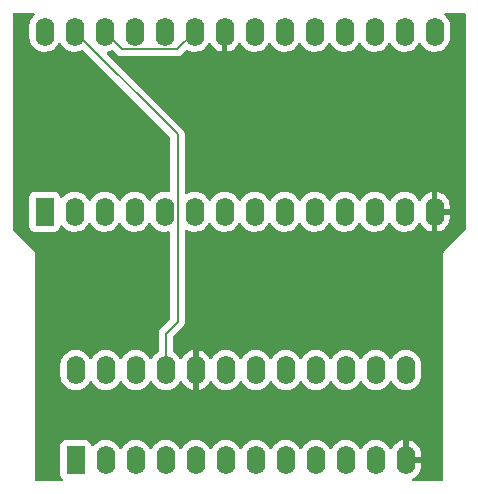
<source format=gbr>
%TF.GenerationSoftware,KiCad,Pcbnew,8.0.2-8.0.2-0~ubuntu24.04.1*%
%TF.CreationDate,2024-06-01T21:52:56+10:00*%
%TF.ProjectId,NES_RAM-ADAPTER,4e45535f-5241-44d2-9d41-444150544552,rev?*%
%TF.SameCoordinates,Original*%
%TF.FileFunction,Copper,L2,Bot*%
%TF.FilePolarity,Positive*%
%FSLAX46Y46*%
G04 Gerber Fmt 4.6, Leading zero omitted, Abs format (unit mm)*
G04 Created by KiCad (PCBNEW 8.0.2-8.0.2-0~ubuntu24.04.1) date 2024-06-01 21:52:56*
%MOMM*%
%LPD*%
G01*
G04 APERTURE LIST*
%TA.AperFunction,ComponentPad*%
%ADD10O,1.600000X2.400000*%
%TD*%
%TA.AperFunction,ComponentPad*%
%ADD11R,1.600000X2.400000*%
%TD*%
%TA.AperFunction,ViaPad*%
%ADD12C,0.600000*%
%TD*%
%TA.AperFunction,Conductor*%
%ADD13C,0.200000*%
%TD*%
G04 APERTURE END LIST*
D10*
%TO.P,DIP-28_SRAM,28*%
%TO.N,5v*%
X121315000Y-64955000D03*
%TO.P,DIP-28_SRAM,27*%
%TO.N,WE*%
X123855000Y-64955000D03*
%TO.P,DIP-28_SRAM,26*%
%TO.N,5v*%
X126395000Y-64955000D03*
%TO.P,DIP-28_SRAM,25*%
%TO.N,A8*%
X128935000Y-64955000D03*
%TO.P,DIP-28_SRAM,24*%
%TO.N,A9*%
X131475000Y-64955000D03*
%TO.P,DIP-28_SRAM,23*%
%TO.N,5v*%
X134015000Y-64955000D03*
%TO.P,DIP-28_SRAM,22*%
%TO.N,GND*%
X136555000Y-64955000D03*
%TO.P,DIP-28_SRAM,21*%
%TO.N,A10*%
X139095000Y-64955000D03*
%TO.P,DIP-28_SRAM,20*%
%TO.N,CE*%
X141635000Y-64955000D03*
%TO.P,DIP-28_SRAM,19*%
%TO.N,D7*%
X144175000Y-64955000D03*
%TO.P,DIP-28_SRAM,18*%
%TO.N,D6*%
X146715000Y-64955000D03*
%TO.P,DIP-28_SRAM,17*%
%TO.N,D5*%
X149255000Y-64955000D03*
%TO.P,DIP-28_SRAM,16*%
%TO.N,D4*%
X151795000Y-64955000D03*
%TO.P,DIP-28_SRAM,15*%
%TO.N,D3*%
X154335000Y-64955000D03*
%TO.P,DIP-28_SRAM,14*%
%TO.N,GND*%
X154335000Y-80195000D03*
%TO.P,DIP-28_SRAM,13*%
%TO.N,D2*%
X151795000Y-80195000D03*
%TO.P,DIP-28_SRAM,12*%
%TO.N,D1*%
X149255000Y-80195000D03*
%TO.P,DIP-28_SRAM,11*%
%TO.N,D0*%
X146715000Y-80195000D03*
%TO.P,DIP-28_SRAM,10*%
%TO.N,A0*%
X144175000Y-80195000D03*
%TO.P,DIP-28_SRAM,9*%
%TO.N,A1*%
X141635000Y-80195000D03*
%TO.P,DIP-28_SRAM,8*%
%TO.N,A2*%
X139095000Y-80195000D03*
%TO.P,DIP-28_SRAM,7*%
%TO.N,A3*%
X136555000Y-80195000D03*
%TO.P,DIP-28_SRAM,6*%
%TO.N,A4*%
X134015000Y-80195000D03*
%TO.P,DIP-28_SRAM,5*%
%TO.N,A5*%
X131475000Y-80195000D03*
%TO.P,DIP-28_SRAM,4*%
%TO.N,A6*%
X128935000Y-80195000D03*
%TO.P,DIP-28_SRAM,3*%
%TO.N,A7*%
X126395000Y-80195000D03*
%TO.P,DIP-28_SRAM,2*%
%TO.N,5v*%
X123855000Y-80195000D03*
D11*
%TO.P,DIP-28_SRAM,1*%
X121315000Y-80195000D03*
%TD*%
%TO.P,NES_MAINBOARD_DIP24RAMPADS,1*%
%TO.N,A7*%
X123952000Y-101219000D03*
D10*
%TO.P,NES_MAINBOARD_DIP24RAMPADS,2*%
%TO.N,A6*%
X126492000Y-101219000D03*
%TO.P,NES_MAINBOARD_DIP24RAMPADS,3*%
%TO.N,A5*%
X129032000Y-101219000D03*
%TO.P,NES_MAINBOARD_DIP24RAMPADS,4*%
%TO.N,A4*%
X131572000Y-101219000D03*
%TO.P,NES_MAINBOARD_DIP24RAMPADS,5*%
%TO.N,A3*%
X134112000Y-101219000D03*
%TO.P,NES_MAINBOARD_DIP24RAMPADS,6*%
%TO.N,A2*%
X136652000Y-101219000D03*
%TO.P,NES_MAINBOARD_DIP24RAMPADS,7*%
%TO.N,A1*%
X139192000Y-101219000D03*
%TO.P,NES_MAINBOARD_DIP24RAMPADS,8*%
%TO.N,A0*%
X141732000Y-101219000D03*
%TO.P,NES_MAINBOARD_DIP24RAMPADS,9*%
%TO.N,D0*%
X144272000Y-101219000D03*
%TO.P,NES_MAINBOARD_DIP24RAMPADS,10*%
%TO.N,D1*%
X146812000Y-101219000D03*
%TO.P,NES_MAINBOARD_DIP24RAMPADS,11*%
%TO.N,D2*%
X149352000Y-101219000D03*
%TO.P,NES_MAINBOARD_DIP24RAMPADS,12*%
%TO.N,GND*%
X151892000Y-101219000D03*
%TO.P,NES_MAINBOARD_DIP24RAMPADS,13*%
%TO.N,D3*%
X151892000Y-93599000D03*
%TO.P,NES_MAINBOARD_DIP24RAMPADS,14*%
%TO.N,D4*%
X149352000Y-93599000D03*
%TO.P,NES_MAINBOARD_DIP24RAMPADS,15*%
%TO.N,D5*%
X146812000Y-93599000D03*
%TO.P,NES_MAINBOARD_DIP24RAMPADS,16*%
%TO.N,D6*%
X144272000Y-93599000D03*
%TO.P,NES_MAINBOARD_DIP24RAMPADS,17*%
%TO.N,D7*%
X141732000Y-93599000D03*
%TO.P,NES_MAINBOARD_DIP24RAMPADS,18*%
%TO.N,CE*%
X139192000Y-93599000D03*
%TO.P,NES_MAINBOARD_DIP24RAMPADS,19*%
%TO.N,A10*%
X136652000Y-93599000D03*
%TO.P,NES_MAINBOARD_DIP24RAMPADS,20*%
%TO.N,GND*%
X134112000Y-93599000D03*
%TO.P,NES_MAINBOARD_DIP24RAMPADS,21*%
%TO.N,WE*%
X131572000Y-93599000D03*
%TO.P,NES_MAINBOARD_DIP24RAMPADS,22*%
%TO.N,A9*%
X129032000Y-93599000D03*
%TO.P,NES_MAINBOARD_DIP24RAMPADS,23*%
%TO.N,A8*%
X126492000Y-93599000D03*
%TO.P,NES_MAINBOARD_DIP24RAMPADS,24*%
%TO.N,5v*%
X123952000Y-93599000D03*
%TD*%
D12*
%TO.N,GND*%
X126492000Y-97536000D03*
X129032000Y-97536000D03*
X131572000Y-97536000D03*
X134112000Y-97536000D03*
X136652000Y-97536000D03*
X139192000Y-97536000D03*
X141732000Y-97536000D03*
X144272000Y-97536000D03*
X146812000Y-97536000D03*
X149352000Y-97536000D03*
X151892000Y-97536000D03*
X129032000Y-73660000D03*
X154432000Y-73660000D03*
X151892000Y-73660000D03*
X149352000Y-76200000D03*
X149352000Y-71120000D03*
X146812000Y-76200000D03*
X146812000Y-71120000D03*
X144272000Y-76200000D03*
X144272000Y-71120000D03*
X141732000Y-76200000D03*
X141732000Y-71120000D03*
X134620000Y-76200000D03*
X134620000Y-71120000D03*
X124460000Y-76200000D03*
X124460000Y-71120000D03*
%TD*%
D13*
%TO.N,WE*%
X132575000Y-73660000D02*
X123870000Y-64955000D01*
X123870000Y-64955000D02*
X123855000Y-64955000D01*
X132575000Y-73660000D02*
X132575000Y-89535000D01*
X132575000Y-89535000D02*
X131572000Y-90538000D01*
X131572000Y-90538000D02*
X131572000Y-93599000D01*
%TO.N,5v*%
X134015000Y-64955000D02*
X132515000Y-66455000D01*
X132515000Y-66455000D02*
X127895000Y-66455000D01*
X127895000Y-66455000D02*
X126395000Y-64955000D01*
%TD*%
%TA.AperFunction,Conductor*%
%TO.N,GND*%
G36*
X120432992Y-63385185D02*
G01*
X120478747Y-63437989D01*
X120488691Y-63507147D01*
X120459666Y-63570703D01*
X120453634Y-63577181D01*
X120323032Y-63707782D01*
X120323028Y-63707786D01*
X120202715Y-63873386D01*
X120109781Y-64055776D01*
X120046522Y-64250465D01*
X120014500Y-64452648D01*
X120014500Y-65457351D01*
X120046522Y-65659534D01*
X120109781Y-65854223D01*
X120202715Y-66036613D01*
X120323028Y-66202213D01*
X120467786Y-66346971D01*
X120622749Y-66459556D01*
X120633390Y-66467287D01*
X120749607Y-66526503D01*
X120815776Y-66560218D01*
X120815778Y-66560218D01*
X120815781Y-66560220D01*
X120920137Y-66594127D01*
X121010465Y-66623477D01*
X121111557Y-66639488D01*
X121212648Y-66655500D01*
X121212649Y-66655500D01*
X121417351Y-66655500D01*
X121417352Y-66655500D01*
X121619534Y-66623477D01*
X121814219Y-66560220D01*
X121996610Y-66467287D01*
X122089590Y-66399732D01*
X122162213Y-66346971D01*
X122162215Y-66346968D01*
X122162219Y-66346966D01*
X122306966Y-66202219D01*
X122306968Y-66202215D01*
X122306971Y-66202213D01*
X122427284Y-66036614D01*
X122427286Y-66036611D01*
X122427287Y-66036610D01*
X122474516Y-65943917D01*
X122522489Y-65893123D01*
X122590310Y-65876328D01*
X122656445Y-65898865D01*
X122695485Y-65943919D01*
X122742715Y-66036614D01*
X122863028Y-66202213D01*
X123007786Y-66346971D01*
X123162749Y-66459556D01*
X123173390Y-66467287D01*
X123289607Y-66526503D01*
X123355776Y-66560218D01*
X123355778Y-66560218D01*
X123355781Y-66560220D01*
X123460137Y-66594127D01*
X123550465Y-66623477D01*
X123651557Y-66639488D01*
X123752648Y-66655500D01*
X123752649Y-66655500D01*
X123957351Y-66655500D01*
X123957352Y-66655500D01*
X124159534Y-66623477D01*
X124354219Y-66560220D01*
X124453981Y-66509387D01*
X124522648Y-66496491D01*
X124587389Y-66522767D01*
X124597956Y-66532191D01*
X131938181Y-73872416D01*
X131971666Y-73933739D01*
X131974500Y-73960097D01*
X131974500Y-78419199D01*
X131954815Y-78486238D01*
X131902011Y-78531993D01*
X131832853Y-78541937D01*
X131812183Y-78537130D01*
X131779542Y-78526524D01*
X131779535Y-78526523D01*
X131617816Y-78500909D01*
X131577352Y-78494500D01*
X131372648Y-78494500D01*
X131348329Y-78498351D01*
X131170465Y-78526522D01*
X130975776Y-78589781D01*
X130793386Y-78682715D01*
X130627786Y-78803028D01*
X130483028Y-78947786D01*
X130362715Y-79113386D01*
X130315485Y-79206080D01*
X130267510Y-79256876D01*
X130199689Y-79273671D01*
X130133554Y-79251134D01*
X130094515Y-79206080D01*
X130047419Y-79113650D01*
X130047287Y-79113390D01*
X130039556Y-79102749D01*
X129926971Y-78947786D01*
X129782213Y-78803028D01*
X129616613Y-78682715D01*
X129616612Y-78682714D01*
X129616610Y-78682713D01*
X129559653Y-78653691D01*
X129434223Y-78589781D01*
X129239534Y-78526522D01*
X129064995Y-78498878D01*
X129037352Y-78494500D01*
X128832648Y-78494500D01*
X128808329Y-78498351D01*
X128630465Y-78526522D01*
X128435776Y-78589781D01*
X128253386Y-78682715D01*
X128087786Y-78803028D01*
X127943028Y-78947786D01*
X127822715Y-79113386D01*
X127775485Y-79206080D01*
X127727510Y-79256876D01*
X127659689Y-79273671D01*
X127593554Y-79251134D01*
X127554515Y-79206080D01*
X127507419Y-79113650D01*
X127507287Y-79113390D01*
X127499556Y-79102749D01*
X127386971Y-78947786D01*
X127242213Y-78803028D01*
X127076613Y-78682715D01*
X127076612Y-78682714D01*
X127076610Y-78682713D01*
X127019653Y-78653691D01*
X126894223Y-78589781D01*
X126699534Y-78526522D01*
X126524995Y-78498878D01*
X126497352Y-78494500D01*
X126292648Y-78494500D01*
X126268329Y-78498351D01*
X126090465Y-78526522D01*
X125895776Y-78589781D01*
X125713386Y-78682715D01*
X125547786Y-78803028D01*
X125403028Y-78947786D01*
X125282715Y-79113386D01*
X125235485Y-79206080D01*
X125187510Y-79256876D01*
X125119689Y-79273671D01*
X125053554Y-79251134D01*
X125014515Y-79206080D01*
X124967419Y-79113650D01*
X124967287Y-79113390D01*
X124959556Y-79102749D01*
X124846971Y-78947786D01*
X124702213Y-78803028D01*
X124536613Y-78682715D01*
X124536612Y-78682714D01*
X124536610Y-78682713D01*
X124479653Y-78653691D01*
X124354223Y-78589781D01*
X124159534Y-78526522D01*
X123984995Y-78498878D01*
X123957352Y-78494500D01*
X123752648Y-78494500D01*
X123728329Y-78498351D01*
X123550465Y-78526522D01*
X123355776Y-78589781D01*
X123173386Y-78682715D01*
X123007786Y-78803028D01*
X122863032Y-78947782D01*
X122836668Y-78984070D01*
X122781338Y-79026735D01*
X122711724Y-79032714D01*
X122649929Y-79000108D01*
X122615572Y-78939269D01*
X122613060Y-78924438D01*
X122612640Y-78920533D01*
X122609091Y-78887517D01*
X122558796Y-78752669D01*
X122558795Y-78752668D01*
X122558793Y-78752664D01*
X122472547Y-78637455D01*
X122472544Y-78637452D01*
X122357335Y-78551206D01*
X122357328Y-78551202D01*
X122222482Y-78500908D01*
X122222483Y-78500908D01*
X122162883Y-78494501D01*
X122162881Y-78494500D01*
X122162873Y-78494500D01*
X122162864Y-78494500D01*
X120467129Y-78494500D01*
X120467123Y-78494501D01*
X120407516Y-78500908D01*
X120272671Y-78551202D01*
X120272664Y-78551206D01*
X120157455Y-78637452D01*
X120157452Y-78637455D01*
X120071206Y-78752664D01*
X120071202Y-78752671D01*
X120020908Y-78887517D01*
X120014501Y-78947116D01*
X120014500Y-78947135D01*
X120014500Y-81442870D01*
X120014501Y-81442876D01*
X120020908Y-81502483D01*
X120071202Y-81637328D01*
X120071206Y-81637335D01*
X120157452Y-81752544D01*
X120157455Y-81752547D01*
X120272664Y-81838793D01*
X120272671Y-81838797D01*
X120407517Y-81889091D01*
X120407516Y-81889091D01*
X120414444Y-81889835D01*
X120467127Y-81895500D01*
X122162872Y-81895499D01*
X122222483Y-81889091D01*
X122357331Y-81838796D01*
X122472546Y-81752546D01*
X122558796Y-81637331D01*
X122609091Y-81502483D01*
X122613061Y-81465556D01*
X122639796Y-81401011D01*
X122697188Y-81361161D01*
X122767013Y-81358666D01*
X122827102Y-81394317D01*
X122836667Y-81405929D01*
X122863032Y-81442217D01*
X123007786Y-81586971D01*
X123139524Y-81682682D01*
X123173390Y-81707287D01*
X123262212Y-81752544D01*
X123355776Y-81800218D01*
X123355778Y-81800218D01*
X123355781Y-81800220D01*
X123444932Y-81829187D01*
X123550465Y-81863477D01*
X123651557Y-81879488D01*
X123752648Y-81895500D01*
X123752649Y-81895500D01*
X123957351Y-81895500D01*
X123957352Y-81895500D01*
X124159534Y-81863477D01*
X124354219Y-81800220D01*
X124536610Y-81707287D01*
X124632901Y-81637328D01*
X124702213Y-81586971D01*
X124702215Y-81586968D01*
X124702219Y-81586966D01*
X124846966Y-81442219D01*
X124846968Y-81442215D01*
X124846971Y-81442213D01*
X124967284Y-81276614D01*
X124967283Y-81276614D01*
X124967287Y-81276610D01*
X125014516Y-81183917D01*
X125062489Y-81133123D01*
X125130310Y-81116328D01*
X125196445Y-81138865D01*
X125235485Y-81183919D01*
X125282715Y-81276614D01*
X125403028Y-81442213D01*
X125547786Y-81586971D01*
X125679524Y-81682682D01*
X125713390Y-81707287D01*
X125802212Y-81752544D01*
X125895776Y-81800218D01*
X125895778Y-81800218D01*
X125895781Y-81800220D01*
X125984932Y-81829187D01*
X126090465Y-81863477D01*
X126191557Y-81879488D01*
X126292648Y-81895500D01*
X126292649Y-81895500D01*
X126497351Y-81895500D01*
X126497352Y-81895500D01*
X126699534Y-81863477D01*
X126894219Y-81800220D01*
X127076610Y-81707287D01*
X127172901Y-81637328D01*
X127242213Y-81586971D01*
X127242215Y-81586968D01*
X127242219Y-81586966D01*
X127386966Y-81442219D01*
X127386968Y-81442215D01*
X127386971Y-81442213D01*
X127507284Y-81276614D01*
X127507283Y-81276614D01*
X127507287Y-81276610D01*
X127554516Y-81183917D01*
X127602489Y-81133123D01*
X127670310Y-81116328D01*
X127736445Y-81138865D01*
X127775485Y-81183919D01*
X127822715Y-81276614D01*
X127943028Y-81442213D01*
X128087786Y-81586971D01*
X128219524Y-81682682D01*
X128253390Y-81707287D01*
X128342212Y-81752544D01*
X128435776Y-81800218D01*
X128435778Y-81800218D01*
X128435781Y-81800220D01*
X128524932Y-81829187D01*
X128630465Y-81863477D01*
X128731557Y-81879488D01*
X128832648Y-81895500D01*
X128832649Y-81895500D01*
X129037351Y-81895500D01*
X129037352Y-81895500D01*
X129239534Y-81863477D01*
X129434219Y-81800220D01*
X129616610Y-81707287D01*
X129712901Y-81637328D01*
X129782213Y-81586971D01*
X129782215Y-81586968D01*
X129782219Y-81586966D01*
X129926966Y-81442219D01*
X129926968Y-81442215D01*
X129926971Y-81442213D01*
X130047284Y-81276614D01*
X130047283Y-81276614D01*
X130047287Y-81276610D01*
X130094516Y-81183917D01*
X130142489Y-81133123D01*
X130210310Y-81116328D01*
X130276445Y-81138865D01*
X130315485Y-81183919D01*
X130362715Y-81276614D01*
X130483028Y-81442213D01*
X130627786Y-81586971D01*
X130759524Y-81682682D01*
X130793390Y-81707287D01*
X130882212Y-81752544D01*
X130975776Y-81800218D01*
X130975778Y-81800218D01*
X130975781Y-81800220D01*
X131064932Y-81829187D01*
X131170465Y-81863477D01*
X131271557Y-81879488D01*
X131372648Y-81895500D01*
X131372649Y-81895500D01*
X131577351Y-81895500D01*
X131577352Y-81895500D01*
X131779534Y-81863477D01*
X131779539Y-81863475D01*
X131779541Y-81863475D01*
X131812180Y-81852870D01*
X131882021Y-81850873D01*
X131941855Y-81886953D01*
X131972684Y-81949653D01*
X131974500Y-81970800D01*
X131974500Y-89234902D01*
X131954815Y-89301941D01*
X131938181Y-89322583D01*
X131091481Y-90169282D01*
X131091479Y-90169285D01*
X131041361Y-90256094D01*
X131041359Y-90256096D01*
X131012425Y-90306209D01*
X131012424Y-90306210D01*
X131012423Y-90306215D01*
X130971499Y-90458943D01*
X130971499Y-90458945D01*
X130971499Y-90627046D01*
X130971500Y-90627059D01*
X130971500Y-91969397D01*
X130951815Y-92036436D01*
X130903800Y-92079879D01*
X130890389Y-92086712D01*
X130724786Y-92207028D01*
X130580028Y-92351786D01*
X130459715Y-92517386D01*
X130412485Y-92610080D01*
X130364510Y-92660876D01*
X130296689Y-92677671D01*
X130230554Y-92655134D01*
X130191515Y-92610080D01*
X130144419Y-92517650D01*
X130144287Y-92517390D01*
X130136556Y-92506749D01*
X130023971Y-92351786D01*
X129879213Y-92207028D01*
X129713613Y-92086715D01*
X129713612Y-92086714D01*
X129713610Y-92086713D01*
X129656653Y-92057691D01*
X129531223Y-91993781D01*
X129336534Y-91930522D01*
X129161995Y-91902878D01*
X129134352Y-91898500D01*
X128929648Y-91898500D01*
X128905329Y-91902351D01*
X128727465Y-91930522D01*
X128532776Y-91993781D01*
X128350386Y-92086715D01*
X128184786Y-92207028D01*
X128040028Y-92351786D01*
X127919715Y-92517386D01*
X127872485Y-92610080D01*
X127824510Y-92660876D01*
X127756689Y-92677671D01*
X127690554Y-92655134D01*
X127651515Y-92610080D01*
X127604419Y-92517650D01*
X127604287Y-92517390D01*
X127596556Y-92506749D01*
X127483971Y-92351786D01*
X127339213Y-92207028D01*
X127173613Y-92086715D01*
X127173612Y-92086714D01*
X127173610Y-92086713D01*
X127116653Y-92057691D01*
X126991223Y-91993781D01*
X126796534Y-91930522D01*
X126621995Y-91902878D01*
X126594352Y-91898500D01*
X126389648Y-91898500D01*
X126365329Y-91902351D01*
X126187465Y-91930522D01*
X125992776Y-91993781D01*
X125810386Y-92086715D01*
X125644786Y-92207028D01*
X125500028Y-92351786D01*
X125379715Y-92517386D01*
X125332485Y-92610080D01*
X125284510Y-92660876D01*
X125216689Y-92677671D01*
X125150554Y-92655134D01*
X125111515Y-92610080D01*
X125064419Y-92517650D01*
X125064287Y-92517390D01*
X125056556Y-92506749D01*
X124943971Y-92351786D01*
X124799213Y-92207028D01*
X124633613Y-92086715D01*
X124633612Y-92086714D01*
X124633610Y-92086713D01*
X124576653Y-92057691D01*
X124451223Y-91993781D01*
X124256534Y-91930522D01*
X124081995Y-91902878D01*
X124054352Y-91898500D01*
X123849648Y-91898500D01*
X123825329Y-91902351D01*
X123647465Y-91930522D01*
X123452776Y-91993781D01*
X123270386Y-92086715D01*
X123104786Y-92207028D01*
X122960028Y-92351786D01*
X122839715Y-92517386D01*
X122746781Y-92699776D01*
X122683522Y-92894465D01*
X122651500Y-93096648D01*
X122651500Y-94101351D01*
X122683522Y-94303534D01*
X122746781Y-94498223D01*
X122839715Y-94680613D01*
X122960028Y-94846213D01*
X123104786Y-94990971D01*
X123259749Y-95103556D01*
X123270390Y-95111287D01*
X123386607Y-95170503D01*
X123452776Y-95204218D01*
X123452778Y-95204218D01*
X123452781Y-95204220D01*
X123557137Y-95238127D01*
X123647465Y-95267477D01*
X123748557Y-95283488D01*
X123849648Y-95299500D01*
X123849649Y-95299500D01*
X124054351Y-95299500D01*
X124054352Y-95299500D01*
X124256534Y-95267477D01*
X124451219Y-95204220D01*
X124633610Y-95111287D01*
X124726590Y-95043732D01*
X124799213Y-94990971D01*
X124799215Y-94990968D01*
X124799219Y-94990966D01*
X124943966Y-94846219D01*
X124943968Y-94846215D01*
X124943971Y-94846213D01*
X125064284Y-94680614D01*
X125064286Y-94680611D01*
X125064287Y-94680610D01*
X125111516Y-94587917D01*
X125159489Y-94537123D01*
X125227310Y-94520328D01*
X125293445Y-94542865D01*
X125332485Y-94587919D01*
X125379715Y-94680614D01*
X125500028Y-94846213D01*
X125644786Y-94990971D01*
X125799749Y-95103556D01*
X125810390Y-95111287D01*
X125926607Y-95170503D01*
X125992776Y-95204218D01*
X125992778Y-95204218D01*
X125992781Y-95204220D01*
X126097137Y-95238127D01*
X126187465Y-95267477D01*
X126288557Y-95283488D01*
X126389648Y-95299500D01*
X126389649Y-95299500D01*
X126594351Y-95299500D01*
X126594352Y-95299500D01*
X126796534Y-95267477D01*
X126991219Y-95204220D01*
X127173610Y-95111287D01*
X127266590Y-95043732D01*
X127339213Y-94990971D01*
X127339215Y-94990968D01*
X127339219Y-94990966D01*
X127483966Y-94846219D01*
X127483968Y-94846215D01*
X127483971Y-94846213D01*
X127604284Y-94680614D01*
X127604286Y-94680611D01*
X127604287Y-94680610D01*
X127651516Y-94587917D01*
X127699489Y-94537123D01*
X127767310Y-94520328D01*
X127833445Y-94542865D01*
X127872485Y-94587919D01*
X127919715Y-94680614D01*
X128040028Y-94846213D01*
X128184786Y-94990971D01*
X128339749Y-95103556D01*
X128350390Y-95111287D01*
X128466607Y-95170503D01*
X128532776Y-95204218D01*
X128532778Y-95204218D01*
X128532781Y-95204220D01*
X128637137Y-95238127D01*
X128727465Y-95267477D01*
X128828557Y-95283488D01*
X128929648Y-95299500D01*
X128929649Y-95299500D01*
X129134351Y-95299500D01*
X129134352Y-95299500D01*
X129336534Y-95267477D01*
X129531219Y-95204220D01*
X129713610Y-95111287D01*
X129806590Y-95043732D01*
X129879213Y-94990971D01*
X129879215Y-94990968D01*
X129879219Y-94990966D01*
X130023966Y-94846219D01*
X130023968Y-94846215D01*
X130023971Y-94846213D01*
X130144284Y-94680614D01*
X130144286Y-94680611D01*
X130144287Y-94680610D01*
X130191516Y-94587917D01*
X130239489Y-94537123D01*
X130307310Y-94520328D01*
X130373445Y-94542865D01*
X130412485Y-94587919D01*
X130459715Y-94680614D01*
X130580028Y-94846213D01*
X130724786Y-94990971D01*
X130879749Y-95103556D01*
X130890390Y-95111287D01*
X131006607Y-95170503D01*
X131072776Y-95204218D01*
X131072778Y-95204218D01*
X131072781Y-95204220D01*
X131177137Y-95238127D01*
X131267465Y-95267477D01*
X131368557Y-95283488D01*
X131469648Y-95299500D01*
X131469649Y-95299500D01*
X131674351Y-95299500D01*
X131674352Y-95299500D01*
X131876534Y-95267477D01*
X132071219Y-95204220D01*
X132253610Y-95111287D01*
X132346590Y-95043732D01*
X132419213Y-94990971D01*
X132419215Y-94990968D01*
X132419219Y-94990966D01*
X132563966Y-94846219D01*
X132563968Y-94846215D01*
X132563971Y-94846213D01*
X132684284Y-94680614D01*
X132684286Y-94680611D01*
X132684287Y-94680610D01*
X132731795Y-94587369D01*
X132779770Y-94536574D01*
X132847591Y-94519779D01*
X132913725Y-94542316D01*
X132952765Y-94587370D01*
X133000140Y-94680349D01*
X133120417Y-94845894D01*
X133120417Y-94845895D01*
X133265104Y-94990582D01*
X133430650Y-95110859D01*
X133612968Y-95203754D01*
X133807578Y-95266988D01*
X133862000Y-95275607D01*
X133862000Y-94199001D01*
X133922402Y-94224021D01*
X134047981Y-94249000D01*
X134176019Y-94249000D01*
X134301598Y-94224021D01*
X134362000Y-94199001D01*
X134362000Y-95275606D01*
X134416421Y-95266988D01*
X134611031Y-95203754D01*
X134793349Y-95110859D01*
X134958894Y-94990582D01*
X134958895Y-94990582D01*
X135103582Y-94845895D01*
X135103582Y-94845894D01*
X135223861Y-94680347D01*
X135271234Y-94587371D01*
X135319208Y-94536575D01*
X135387028Y-94519779D01*
X135453164Y-94542316D01*
X135492203Y-94587369D01*
X135539713Y-94680611D01*
X135660028Y-94846213D01*
X135804786Y-94990971D01*
X135959749Y-95103556D01*
X135970390Y-95111287D01*
X136086607Y-95170503D01*
X136152776Y-95204218D01*
X136152778Y-95204218D01*
X136152781Y-95204220D01*
X136257137Y-95238127D01*
X136347465Y-95267477D01*
X136448557Y-95283488D01*
X136549648Y-95299500D01*
X136549649Y-95299500D01*
X136754351Y-95299500D01*
X136754352Y-95299500D01*
X136956534Y-95267477D01*
X137151219Y-95204220D01*
X137333610Y-95111287D01*
X137426590Y-95043732D01*
X137499213Y-94990971D01*
X137499215Y-94990968D01*
X137499219Y-94990966D01*
X137643966Y-94846219D01*
X137643968Y-94846215D01*
X137643971Y-94846213D01*
X137764284Y-94680614D01*
X137764286Y-94680611D01*
X137764287Y-94680610D01*
X137811516Y-94587917D01*
X137859489Y-94537123D01*
X137927310Y-94520328D01*
X137993445Y-94542865D01*
X138032485Y-94587919D01*
X138079715Y-94680614D01*
X138200028Y-94846213D01*
X138344786Y-94990971D01*
X138499749Y-95103556D01*
X138510390Y-95111287D01*
X138626607Y-95170503D01*
X138692776Y-95204218D01*
X138692778Y-95204218D01*
X138692781Y-95204220D01*
X138797137Y-95238127D01*
X138887465Y-95267477D01*
X138988557Y-95283488D01*
X139089648Y-95299500D01*
X139089649Y-95299500D01*
X139294351Y-95299500D01*
X139294352Y-95299500D01*
X139496534Y-95267477D01*
X139691219Y-95204220D01*
X139873610Y-95111287D01*
X139966590Y-95043732D01*
X140039213Y-94990971D01*
X140039215Y-94990968D01*
X140039219Y-94990966D01*
X140183966Y-94846219D01*
X140183968Y-94846215D01*
X140183971Y-94846213D01*
X140304284Y-94680614D01*
X140304286Y-94680611D01*
X140304287Y-94680610D01*
X140351516Y-94587917D01*
X140399489Y-94537123D01*
X140467310Y-94520328D01*
X140533445Y-94542865D01*
X140572485Y-94587919D01*
X140619715Y-94680614D01*
X140740028Y-94846213D01*
X140884786Y-94990971D01*
X141039749Y-95103556D01*
X141050390Y-95111287D01*
X141166607Y-95170503D01*
X141232776Y-95204218D01*
X141232778Y-95204218D01*
X141232781Y-95204220D01*
X141337137Y-95238127D01*
X141427465Y-95267477D01*
X141528557Y-95283488D01*
X141629648Y-95299500D01*
X141629649Y-95299500D01*
X141834351Y-95299500D01*
X141834352Y-95299500D01*
X142036534Y-95267477D01*
X142231219Y-95204220D01*
X142413610Y-95111287D01*
X142506590Y-95043732D01*
X142579213Y-94990971D01*
X142579215Y-94990968D01*
X142579219Y-94990966D01*
X142723966Y-94846219D01*
X142723968Y-94846215D01*
X142723971Y-94846213D01*
X142844284Y-94680614D01*
X142844286Y-94680611D01*
X142844287Y-94680610D01*
X142891516Y-94587917D01*
X142939489Y-94537123D01*
X143007310Y-94520328D01*
X143073445Y-94542865D01*
X143112485Y-94587919D01*
X143159715Y-94680614D01*
X143280028Y-94846213D01*
X143424786Y-94990971D01*
X143579749Y-95103556D01*
X143590390Y-95111287D01*
X143706607Y-95170503D01*
X143772776Y-95204218D01*
X143772778Y-95204218D01*
X143772781Y-95204220D01*
X143877137Y-95238127D01*
X143967465Y-95267477D01*
X144068557Y-95283488D01*
X144169648Y-95299500D01*
X144169649Y-95299500D01*
X144374351Y-95299500D01*
X144374352Y-95299500D01*
X144576534Y-95267477D01*
X144771219Y-95204220D01*
X144953610Y-95111287D01*
X145046590Y-95043732D01*
X145119213Y-94990971D01*
X145119215Y-94990968D01*
X145119219Y-94990966D01*
X145263966Y-94846219D01*
X145263968Y-94846215D01*
X145263971Y-94846213D01*
X145384284Y-94680614D01*
X145384286Y-94680611D01*
X145384287Y-94680610D01*
X145431516Y-94587917D01*
X145479489Y-94537123D01*
X145547310Y-94520328D01*
X145613445Y-94542865D01*
X145652485Y-94587919D01*
X145699715Y-94680614D01*
X145820028Y-94846213D01*
X145964786Y-94990971D01*
X146119749Y-95103556D01*
X146130390Y-95111287D01*
X146246607Y-95170503D01*
X146312776Y-95204218D01*
X146312778Y-95204218D01*
X146312781Y-95204220D01*
X146417137Y-95238127D01*
X146507465Y-95267477D01*
X146608557Y-95283488D01*
X146709648Y-95299500D01*
X146709649Y-95299500D01*
X146914351Y-95299500D01*
X146914352Y-95299500D01*
X147116534Y-95267477D01*
X147311219Y-95204220D01*
X147493610Y-95111287D01*
X147586590Y-95043732D01*
X147659213Y-94990971D01*
X147659215Y-94990968D01*
X147659219Y-94990966D01*
X147803966Y-94846219D01*
X147803968Y-94846215D01*
X147803971Y-94846213D01*
X147924284Y-94680614D01*
X147924286Y-94680611D01*
X147924287Y-94680610D01*
X147971516Y-94587917D01*
X148019489Y-94537123D01*
X148087310Y-94520328D01*
X148153445Y-94542865D01*
X148192485Y-94587919D01*
X148239715Y-94680614D01*
X148360028Y-94846213D01*
X148504786Y-94990971D01*
X148659749Y-95103556D01*
X148670390Y-95111287D01*
X148786607Y-95170503D01*
X148852776Y-95204218D01*
X148852778Y-95204218D01*
X148852781Y-95204220D01*
X148957137Y-95238127D01*
X149047465Y-95267477D01*
X149148557Y-95283488D01*
X149249648Y-95299500D01*
X149249649Y-95299500D01*
X149454351Y-95299500D01*
X149454352Y-95299500D01*
X149656534Y-95267477D01*
X149851219Y-95204220D01*
X150033610Y-95111287D01*
X150126590Y-95043732D01*
X150199213Y-94990971D01*
X150199215Y-94990968D01*
X150199219Y-94990966D01*
X150343966Y-94846219D01*
X150343968Y-94846215D01*
X150343971Y-94846213D01*
X150464284Y-94680614D01*
X150464286Y-94680611D01*
X150464287Y-94680610D01*
X150511516Y-94587917D01*
X150559489Y-94537123D01*
X150627310Y-94520328D01*
X150693445Y-94542865D01*
X150732485Y-94587919D01*
X150779715Y-94680614D01*
X150900028Y-94846213D01*
X151044786Y-94990971D01*
X151199749Y-95103556D01*
X151210390Y-95111287D01*
X151326607Y-95170503D01*
X151392776Y-95204218D01*
X151392778Y-95204218D01*
X151392781Y-95204220D01*
X151497137Y-95238127D01*
X151587465Y-95267477D01*
X151688557Y-95283488D01*
X151789648Y-95299500D01*
X151789649Y-95299500D01*
X151994351Y-95299500D01*
X151994352Y-95299500D01*
X152196534Y-95267477D01*
X152391219Y-95204220D01*
X152573610Y-95111287D01*
X152666590Y-95043732D01*
X152739213Y-94990971D01*
X152739215Y-94990968D01*
X152739219Y-94990966D01*
X152883966Y-94846219D01*
X152883968Y-94846215D01*
X152883971Y-94846213D01*
X152936732Y-94773590D01*
X153004287Y-94680610D01*
X153097220Y-94498219D01*
X153160477Y-94303534D01*
X153192500Y-94101352D01*
X153192500Y-93096648D01*
X153173071Y-92973979D01*
X153160477Y-92894465D01*
X153097218Y-92699776D01*
X153004419Y-92517650D01*
X153004287Y-92517390D01*
X152996556Y-92506749D01*
X152883971Y-92351786D01*
X152739213Y-92207028D01*
X152573613Y-92086715D01*
X152573612Y-92086714D01*
X152573610Y-92086713D01*
X152516653Y-92057691D01*
X152391223Y-91993781D01*
X152196534Y-91930522D01*
X152021995Y-91902878D01*
X151994352Y-91898500D01*
X151789648Y-91898500D01*
X151765329Y-91902351D01*
X151587465Y-91930522D01*
X151392776Y-91993781D01*
X151210386Y-92086715D01*
X151044786Y-92207028D01*
X150900028Y-92351786D01*
X150779715Y-92517386D01*
X150732485Y-92610080D01*
X150684510Y-92660876D01*
X150616689Y-92677671D01*
X150550554Y-92655134D01*
X150511515Y-92610080D01*
X150464419Y-92517650D01*
X150464287Y-92517390D01*
X150456556Y-92506749D01*
X150343971Y-92351786D01*
X150199213Y-92207028D01*
X150033613Y-92086715D01*
X150033612Y-92086714D01*
X150033610Y-92086713D01*
X149976653Y-92057691D01*
X149851223Y-91993781D01*
X149656534Y-91930522D01*
X149481995Y-91902878D01*
X149454352Y-91898500D01*
X149249648Y-91898500D01*
X149225329Y-91902351D01*
X149047465Y-91930522D01*
X148852776Y-91993781D01*
X148670386Y-92086715D01*
X148504786Y-92207028D01*
X148360028Y-92351786D01*
X148239715Y-92517386D01*
X148192485Y-92610080D01*
X148144510Y-92660876D01*
X148076689Y-92677671D01*
X148010554Y-92655134D01*
X147971515Y-92610080D01*
X147924419Y-92517650D01*
X147924287Y-92517390D01*
X147916556Y-92506749D01*
X147803971Y-92351786D01*
X147659213Y-92207028D01*
X147493613Y-92086715D01*
X147493612Y-92086714D01*
X147493610Y-92086713D01*
X147436653Y-92057691D01*
X147311223Y-91993781D01*
X147116534Y-91930522D01*
X146941995Y-91902878D01*
X146914352Y-91898500D01*
X146709648Y-91898500D01*
X146685329Y-91902351D01*
X146507465Y-91930522D01*
X146312776Y-91993781D01*
X146130386Y-92086715D01*
X145964786Y-92207028D01*
X145820028Y-92351786D01*
X145699715Y-92517386D01*
X145652485Y-92610080D01*
X145604510Y-92660876D01*
X145536689Y-92677671D01*
X145470554Y-92655134D01*
X145431515Y-92610080D01*
X145384419Y-92517650D01*
X145384287Y-92517390D01*
X145376556Y-92506749D01*
X145263971Y-92351786D01*
X145119213Y-92207028D01*
X144953613Y-92086715D01*
X144953612Y-92086714D01*
X144953610Y-92086713D01*
X144896653Y-92057691D01*
X144771223Y-91993781D01*
X144576534Y-91930522D01*
X144401995Y-91902878D01*
X144374352Y-91898500D01*
X144169648Y-91898500D01*
X144145329Y-91902351D01*
X143967465Y-91930522D01*
X143772776Y-91993781D01*
X143590386Y-92086715D01*
X143424786Y-92207028D01*
X143280028Y-92351786D01*
X143159715Y-92517386D01*
X143112485Y-92610080D01*
X143064510Y-92660876D01*
X142996689Y-92677671D01*
X142930554Y-92655134D01*
X142891515Y-92610080D01*
X142844419Y-92517650D01*
X142844287Y-92517390D01*
X142836556Y-92506749D01*
X142723971Y-92351786D01*
X142579213Y-92207028D01*
X142413613Y-92086715D01*
X142413612Y-92086714D01*
X142413610Y-92086713D01*
X142356653Y-92057691D01*
X142231223Y-91993781D01*
X142036534Y-91930522D01*
X141861995Y-91902878D01*
X141834352Y-91898500D01*
X141629648Y-91898500D01*
X141605329Y-91902351D01*
X141427465Y-91930522D01*
X141232776Y-91993781D01*
X141050386Y-92086715D01*
X140884786Y-92207028D01*
X140740028Y-92351786D01*
X140619715Y-92517386D01*
X140572485Y-92610080D01*
X140524510Y-92660876D01*
X140456689Y-92677671D01*
X140390554Y-92655134D01*
X140351515Y-92610080D01*
X140304419Y-92517650D01*
X140304287Y-92517390D01*
X140296556Y-92506749D01*
X140183971Y-92351786D01*
X140039213Y-92207028D01*
X139873613Y-92086715D01*
X139873612Y-92086714D01*
X139873610Y-92086713D01*
X139816653Y-92057691D01*
X139691223Y-91993781D01*
X139496534Y-91930522D01*
X139321995Y-91902878D01*
X139294352Y-91898500D01*
X139089648Y-91898500D01*
X139065329Y-91902351D01*
X138887465Y-91930522D01*
X138692776Y-91993781D01*
X138510386Y-92086715D01*
X138344786Y-92207028D01*
X138200028Y-92351786D01*
X138079715Y-92517386D01*
X138032485Y-92610080D01*
X137984510Y-92660876D01*
X137916689Y-92677671D01*
X137850554Y-92655134D01*
X137811515Y-92610080D01*
X137764419Y-92517650D01*
X137764287Y-92517390D01*
X137756556Y-92506749D01*
X137643971Y-92351786D01*
X137499213Y-92207028D01*
X137333613Y-92086715D01*
X137333612Y-92086714D01*
X137333610Y-92086713D01*
X137276653Y-92057691D01*
X137151223Y-91993781D01*
X136956534Y-91930522D01*
X136781995Y-91902878D01*
X136754352Y-91898500D01*
X136549648Y-91898500D01*
X136525329Y-91902351D01*
X136347465Y-91930522D01*
X136152776Y-91993781D01*
X135970386Y-92086715D01*
X135804786Y-92207028D01*
X135660028Y-92351786D01*
X135539713Y-92517388D01*
X135492203Y-92610630D01*
X135444228Y-92661426D01*
X135376407Y-92678220D01*
X135310272Y-92655682D01*
X135271234Y-92610628D01*
X135223861Y-92517652D01*
X135103582Y-92352105D01*
X135103582Y-92352104D01*
X134958895Y-92207417D01*
X134793349Y-92087140D01*
X134611029Y-91994244D01*
X134416413Y-91931009D01*
X134362000Y-91922390D01*
X134362000Y-92998998D01*
X134301598Y-92973979D01*
X134176019Y-92949000D01*
X134047981Y-92949000D01*
X133922402Y-92973979D01*
X133862000Y-92998998D01*
X133862000Y-91922390D01*
X133807586Y-91931009D01*
X133612970Y-91994244D01*
X133430650Y-92087140D01*
X133265105Y-92207417D01*
X133265104Y-92207417D01*
X133120417Y-92352104D01*
X133120417Y-92352105D01*
X133000140Y-92517650D01*
X132952765Y-92610629D01*
X132904790Y-92661425D01*
X132836969Y-92678220D01*
X132770834Y-92655682D01*
X132731795Y-92610629D01*
X132684419Y-92517650D01*
X132684287Y-92517390D01*
X132676556Y-92506749D01*
X132563971Y-92351786D01*
X132419213Y-92207028D01*
X132253610Y-92086712D01*
X132240200Y-92079879D01*
X132189406Y-92031903D01*
X132172500Y-91969397D01*
X132172500Y-90838096D01*
X132192185Y-90771057D01*
X132208815Y-90750419D01*
X132943713Y-90015521D01*
X132943716Y-90015520D01*
X133055520Y-89903716D01*
X133105639Y-89816904D01*
X133134577Y-89766785D01*
X133175500Y-89614058D01*
X133175500Y-89455943D01*
X133175500Y-81829187D01*
X133195185Y-81762148D01*
X133247989Y-81716393D01*
X133317147Y-81706449D01*
X133355795Y-81718703D01*
X133515771Y-81800216D01*
X133515776Y-81800217D01*
X133515781Y-81800220D01*
X133634506Y-81838796D01*
X133710465Y-81863477D01*
X133811557Y-81879488D01*
X133912648Y-81895500D01*
X133912649Y-81895500D01*
X134117351Y-81895500D01*
X134117352Y-81895500D01*
X134319534Y-81863477D01*
X134514219Y-81800220D01*
X134696610Y-81707287D01*
X134792901Y-81637328D01*
X134862213Y-81586971D01*
X134862215Y-81586968D01*
X134862219Y-81586966D01*
X135006966Y-81442219D01*
X135006968Y-81442215D01*
X135006971Y-81442213D01*
X135127284Y-81276614D01*
X135127283Y-81276614D01*
X135127287Y-81276610D01*
X135174516Y-81183917D01*
X135222489Y-81133123D01*
X135290310Y-81116328D01*
X135356445Y-81138865D01*
X135395485Y-81183919D01*
X135442715Y-81276614D01*
X135563028Y-81442213D01*
X135707786Y-81586971D01*
X135839524Y-81682682D01*
X135873390Y-81707287D01*
X135962212Y-81752544D01*
X136055776Y-81800218D01*
X136055778Y-81800218D01*
X136055781Y-81800220D01*
X136144932Y-81829187D01*
X136250465Y-81863477D01*
X136351557Y-81879488D01*
X136452648Y-81895500D01*
X136452649Y-81895500D01*
X136657351Y-81895500D01*
X136657352Y-81895500D01*
X136859534Y-81863477D01*
X137054219Y-81800220D01*
X137236610Y-81707287D01*
X137332901Y-81637328D01*
X137402213Y-81586971D01*
X137402215Y-81586968D01*
X137402219Y-81586966D01*
X137546966Y-81442219D01*
X137546968Y-81442215D01*
X137546971Y-81442213D01*
X137667284Y-81276614D01*
X137667283Y-81276614D01*
X137667287Y-81276610D01*
X137714516Y-81183917D01*
X137762489Y-81133123D01*
X137830310Y-81116328D01*
X137896445Y-81138865D01*
X137935485Y-81183919D01*
X137982715Y-81276614D01*
X138103028Y-81442213D01*
X138247786Y-81586971D01*
X138379524Y-81682682D01*
X138413390Y-81707287D01*
X138502212Y-81752544D01*
X138595776Y-81800218D01*
X138595778Y-81800218D01*
X138595781Y-81800220D01*
X138684932Y-81829187D01*
X138790465Y-81863477D01*
X138891557Y-81879488D01*
X138992648Y-81895500D01*
X138992649Y-81895500D01*
X139197351Y-81895500D01*
X139197352Y-81895500D01*
X139399534Y-81863477D01*
X139594219Y-81800220D01*
X139776610Y-81707287D01*
X139872901Y-81637328D01*
X139942213Y-81586971D01*
X139942215Y-81586968D01*
X139942219Y-81586966D01*
X140086966Y-81442219D01*
X140086968Y-81442215D01*
X140086971Y-81442213D01*
X140207284Y-81276614D01*
X140207283Y-81276614D01*
X140207287Y-81276610D01*
X140254516Y-81183917D01*
X140302489Y-81133123D01*
X140370310Y-81116328D01*
X140436445Y-81138865D01*
X140475485Y-81183919D01*
X140522715Y-81276614D01*
X140643028Y-81442213D01*
X140787786Y-81586971D01*
X140919524Y-81682682D01*
X140953390Y-81707287D01*
X141042212Y-81752544D01*
X141135776Y-81800218D01*
X141135778Y-81800218D01*
X141135781Y-81800220D01*
X141224932Y-81829187D01*
X141330465Y-81863477D01*
X141431557Y-81879488D01*
X141532648Y-81895500D01*
X141532649Y-81895500D01*
X141737351Y-81895500D01*
X141737352Y-81895500D01*
X141939534Y-81863477D01*
X142134219Y-81800220D01*
X142316610Y-81707287D01*
X142412901Y-81637328D01*
X142482213Y-81586971D01*
X142482215Y-81586968D01*
X142482219Y-81586966D01*
X142626966Y-81442219D01*
X142626968Y-81442215D01*
X142626971Y-81442213D01*
X142747284Y-81276614D01*
X142747283Y-81276614D01*
X142747287Y-81276610D01*
X142794516Y-81183917D01*
X142842489Y-81133123D01*
X142910310Y-81116328D01*
X142976445Y-81138865D01*
X143015485Y-81183919D01*
X143062715Y-81276614D01*
X143183028Y-81442213D01*
X143327786Y-81586971D01*
X143459524Y-81682682D01*
X143493390Y-81707287D01*
X143582212Y-81752544D01*
X143675776Y-81800218D01*
X143675778Y-81800218D01*
X143675781Y-81800220D01*
X143764932Y-81829187D01*
X143870465Y-81863477D01*
X143971557Y-81879488D01*
X144072648Y-81895500D01*
X144072649Y-81895500D01*
X144277351Y-81895500D01*
X144277352Y-81895500D01*
X144479534Y-81863477D01*
X144674219Y-81800220D01*
X144856610Y-81707287D01*
X144952901Y-81637328D01*
X145022213Y-81586971D01*
X145022215Y-81586968D01*
X145022219Y-81586966D01*
X145166966Y-81442219D01*
X145166968Y-81442215D01*
X145166971Y-81442213D01*
X145287284Y-81276614D01*
X145287283Y-81276614D01*
X145287287Y-81276610D01*
X145334516Y-81183917D01*
X145382489Y-81133123D01*
X145450310Y-81116328D01*
X145516445Y-81138865D01*
X145555485Y-81183919D01*
X145602715Y-81276614D01*
X145723028Y-81442213D01*
X145867786Y-81586971D01*
X145999524Y-81682682D01*
X146033390Y-81707287D01*
X146122212Y-81752544D01*
X146215776Y-81800218D01*
X146215778Y-81800218D01*
X146215781Y-81800220D01*
X146304932Y-81829187D01*
X146410465Y-81863477D01*
X146511557Y-81879488D01*
X146612648Y-81895500D01*
X146612649Y-81895500D01*
X146817351Y-81895500D01*
X146817352Y-81895500D01*
X147019534Y-81863477D01*
X147214219Y-81800220D01*
X147396610Y-81707287D01*
X147492901Y-81637328D01*
X147562213Y-81586971D01*
X147562215Y-81586968D01*
X147562219Y-81586966D01*
X147706966Y-81442219D01*
X147706968Y-81442215D01*
X147706971Y-81442213D01*
X147827284Y-81276614D01*
X147827283Y-81276614D01*
X147827287Y-81276610D01*
X147874516Y-81183917D01*
X147922489Y-81133123D01*
X147990310Y-81116328D01*
X148056445Y-81138865D01*
X148095485Y-81183919D01*
X148142715Y-81276614D01*
X148263028Y-81442213D01*
X148407786Y-81586971D01*
X148539524Y-81682682D01*
X148573390Y-81707287D01*
X148662212Y-81752544D01*
X148755776Y-81800218D01*
X148755778Y-81800218D01*
X148755781Y-81800220D01*
X148844932Y-81829187D01*
X148950465Y-81863477D01*
X149051557Y-81879488D01*
X149152648Y-81895500D01*
X149152649Y-81895500D01*
X149357351Y-81895500D01*
X149357352Y-81895500D01*
X149559534Y-81863477D01*
X149754219Y-81800220D01*
X149936610Y-81707287D01*
X150032901Y-81637328D01*
X150102213Y-81586971D01*
X150102215Y-81586968D01*
X150102219Y-81586966D01*
X150246966Y-81442219D01*
X150246968Y-81442215D01*
X150246971Y-81442213D01*
X150367284Y-81276614D01*
X150367283Y-81276614D01*
X150367287Y-81276610D01*
X150414516Y-81183917D01*
X150462489Y-81133123D01*
X150530310Y-81116328D01*
X150596445Y-81138865D01*
X150635485Y-81183919D01*
X150682715Y-81276614D01*
X150803028Y-81442213D01*
X150947786Y-81586971D01*
X151079524Y-81682682D01*
X151113390Y-81707287D01*
X151202212Y-81752544D01*
X151295776Y-81800218D01*
X151295778Y-81800218D01*
X151295781Y-81800220D01*
X151384932Y-81829187D01*
X151490465Y-81863477D01*
X151591557Y-81879488D01*
X151692648Y-81895500D01*
X151692649Y-81895500D01*
X151897351Y-81895500D01*
X151897352Y-81895500D01*
X152099534Y-81863477D01*
X152294219Y-81800220D01*
X152476610Y-81707287D01*
X152572901Y-81637328D01*
X152642213Y-81586971D01*
X152642215Y-81586968D01*
X152642219Y-81586966D01*
X152786966Y-81442219D01*
X152786968Y-81442215D01*
X152786971Y-81442213D01*
X152907284Y-81276614D01*
X152907283Y-81276614D01*
X152907287Y-81276610D01*
X152954795Y-81183369D01*
X153002770Y-81132574D01*
X153070591Y-81115779D01*
X153136725Y-81138316D01*
X153175765Y-81183370D01*
X153223140Y-81276349D01*
X153343417Y-81441894D01*
X153343417Y-81441895D01*
X153488104Y-81586582D01*
X153653650Y-81706859D01*
X153835968Y-81799754D01*
X154030578Y-81862988D01*
X154085000Y-81871607D01*
X154085000Y-80510686D01*
X154089394Y-80515080D01*
X154180606Y-80567741D01*
X154282339Y-80595000D01*
X154387661Y-80595000D01*
X154489394Y-80567741D01*
X154580606Y-80515080D01*
X154585000Y-80510686D01*
X154585000Y-81871606D01*
X154639421Y-81862988D01*
X154834031Y-81799754D01*
X155016349Y-81706859D01*
X155181894Y-81586582D01*
X155181895Y-81586582D01*
X155326582Y-81441895D01*
X155326582Y-81441894D01*
X155446859Y-81276349D01*
X155539755Y-81094031D01*
X155602990Y-80899417D01*
X155635000Y-80697317D01*
X155635000Y-80445000D01*
X154650686Y-80445000D01*
X154655080Y-80440606D01*
X154707741Y-80349394D01*
X154735000Y-80247661D01*
X154735000Y-80142339D01*
X154707741Y-80040606D01*
X154655080Y-79949394D01*
X154650686Y-79945000D01*
X155635000Y-79945000D01*
X155635000Y-79692682D01*
X155602990Y-79490582D01*
X155539755Y-79295968D01*
X155446859Y-79113650D01*
X155326582Y-78948105D01*
X155326582Y-78948104D01*
X155181895Y-78803417D01*
X155016349Y-78683140D01*
X154834029Y-78590244D01*
X154639413Y-78527009D01*
X154585000Y-78518390D01*
X154585000Y-79879314D01*
X154580606Y-79874920D01*
X154489394Y-79822259D01*
X154387661Y-79795000D01*
X154282339Y-79795000D01*
X154180606Y-79822259D01*
X154089394Y-79874920D01*
X154085000Y-79879314D01*
X154085000Y-78518390D01*
X154030586Y-78527009D01*
X153835970Y-78590244D01*
X153653650Y-78683140D01*
X153488105Y-78803417D01*
X153488104Y-78803417D01*
X153343417Y-78948104D01*
X153343417Y-78948105D01*
X153223140Y-79113650D01*
X153175765Y-79206629D01*
X153127790Y-79257425D01*
X153059969Y-79274220D01*
X152993834Y-79251682D01*
X152954795Y-79206629D01*
X152907419Y-79113650D01*
X152907287Y-79113390D01*
X152899556Y-79102749D01*
X152786971Y-78947786D01*
X152642213Y-78803028D01*
X152476613Y-78682715D01*
X152476612Y-78682714D01*
X152476610Y-78682713D01*
X152419653Y-78653691D01*
X152294223Y-78589781D01*
X152099534Y-78526522D01*
X151924995Y-78498878D01*
X151897352Y-78494500D01*
X151692648Y-78494500D01*
X151668329Y-78498351D01*
X151490465Y-78526522D01*
X151295776Y-78589781D01*
X151113386Y-78682715D01*
X150947786Y-78803028D01*
X150803028Y-78947786D01*
X150682715Y-79113386D01*
X150635485Y-79206080D01*
X150587510Y-79256876D01*
X150519689Y-79273671D01*
X150453554Y-79251134D01*
X150414515Y-79206080D01*
X150367419Y-79113650D01*
X150367287Y-79113390D01*
X150359556Y-79102749D01*
X150246971Y-78947786D01*
X150102213Y-78803028D01*
X149936613Y-78682715D01*
X149936612Y-78682714D01*
X149936610Y-78682713D01*
X149879653Y-78653691D01*
X149754223Y-78589781D01*
X149559534Y-78526522D01*
X149384995Y-78498878D01*
X149357352Y-78494500D01*
X149152648Y-78494500D01*
X149128329Y-78498351D01*
X148950465Y-78526522D01*
X148755776Y-78589781D01*
X148573386Y-78682715D01*
X148407786Y-78803028D01*
X148263028Y-78947786D01*
X148142715Y-79113386D01*
X148095485Y-79206080D01*
X148047510Y-79256876D01*
X147979689Y-79273671D01*
X147913554Y-79251134D01*
X147874515Y-79206080D01*
X147827419Y-79113650D01*
X147827287Y-79113390D01*
X147819556Y-79102749D01*
X147706971Y-78947786D01*
X147562213Y-78803028D01*
X147396613Y-78682715D01*
X147396612Y-78682714D01*
X147396610Y-78682713D01*
X147339653Y-78653691D01*
X147214223Y-78589781D01*
X147019534Y-78526522D01*
X146844995Y-78498878D01*
X146817352Y-78494500D01*
X146612648Y-78494500D01*
X146588329Y-78498351D01*
X146410465Y-78526522D01*
X146215776Y-78589781D01*
X146033386Y-78682715D01*
X145867786Y-78803028D01*
X145723028Y-78947786D01*
X145602715Y-79113386D01*
X145555485Y-79206080D01*
X145507510Y-79256876D01*
X145439689Y-79273671D01*
X145373554Y-79251134D01*
X145334515Y-79206080D01*
X145287419Y-79113650D01*
X145287287Y-79113390D01*
X145279556Y-79102749D01*
X145166971Y-78947786D01*
X145022213Y-78803028D01*
X144856613Y-78682715D01*
X144856612Y-78682714D01*
X144856610Y-78682713D01*
X144799653Y-78653691D01*
X144674223Y-78589781D01*
X144479534Y-78526522D01*
X144304995Y-78498878D01*
X144277352Y-78494500D01*
X144072648Y-78494500D01*
X144048329Y-78498351D01*
X143870465Y-78526522D01*
X143675776Y-78589781D01*
X143493386Y-78682715D01*
X143327786Y-78803028D01*
X143183028Y-78947786D01*
X143062715Y-79113386D01*
X143015485Y-79206080D01*
X142967510Y-79256876D01*
X142899689Y-79273671D01*
X142833554Y-79251134D01*
X142794515Y-79206080D01*
X142747419Y-79113650D01*
X142747287Y-79113390D01*
X142739556Y-79102749D01*
X142626971Y-78947786D01*
X142482213Y-78803028D01*
X142316613Y-78682715D01*
X142316612Y-78682714D01*
X142316610Y-78682713D01*
X142259653Y-78653691D01*
X142134223Y-78589781D01*
X141939534Y-78526522D01*
X141764995Y-78498878D01*
X141737352Y-78494500D01*
X141532648Y-78494500D01*
X141508329Y-78498351D01*
X141330465Y-78526522D01*
X141135776Y-78589781D01*
X140953386Y-78682715D01*
X140787786Y-78803028D01*
X140643028Y-78947786D01*
X140522715Y-79113386D01*
X140475485Y-79206080D01*
X140427510Y-79256876D01*
X140359689Y-79273671D01*
X140293554Y-79251134D01*
X140254515Y-79206080D01*
X140207419Y-79113650D01*
X140207287Y-79113390D01*
X140199556Y-79102749D01*
X140086971Y-78947786D01*
X139942213Y-78803028D01*
X139776613Y-78682715D01*
X139776612Y-78682714D01*
X139776610Y-78682713D01*
X139719653Y-78653691D01*
X139594223Y-78589781D01*
X139399534Y-78526522D01*
X139224995Y-78498878D01*
X139197352Y-78494500D01*
X138992648Y-78494500D01*
X138968329Y-78498351D01*
X138790465Y-78526522D01*
X138595776Y-78589781D01*
X138413386Y-78682715D01*
X138247786Y-78803028D01*
X138103028Y-78947786D01*
X137982715Y-79113386D01*
X137935485Y-79206080D01*
X137887510Y-79256876D01*
X137819689Y-79273671D01*
X137753554Y-79251134D01*
X137714515Y-79206080D01*
X137667419Y-79113650D01*
X137667287Y-79113390D01*
X137659556Y-79102749D01*
X137546971Y-78947786D01*
X137402213Y-78803028D01*
X137236613Y-78682715D01*
X137236612Y-78682714D01*
X137236610Y-78682713D01*
X137179653Y-78653691D01*
X137054223Y-78589781D01*
X136859534Y-78526522D01*
X136684995Y-78498878D01*
X136657352Y-78494500D01*
X136452648Y-78494500D01*
X136428329Y-78498351D01*
X136250465Y-78526522D01*
X136055776Y-78589781D01*
X135873386Y-78682715D01*
X135707786Y-78803028D01*
X135563028Y-78947786D01*
X135442715Y-79113386D01*
X135395485Y-79206080D01*
X135347510Y-79256876D01*
X135279689Y-79273671D01*
X135213554Y-79251134D01*
X135174515Y-79206080D01*
X135127419Y-79113650D01*
X135127287Y-79113390D01*
X135119556Y-79102749D01*
X135006971Y-78947786D01*
X134862213Y-78803028D01*
X134696613Y-78682715D01*
X134696612Y-78682714D01*
X134696610Y-78682713D01*
X134639653Y-78653691D01*
X134514223Y-78589781D01*
X134319534Y-78526522D01*
X134144995Y-78498878D01*
X134117352Y-78494500D01*
X133912648Y-78494500D01*
X133888329Y-78498351D01*
X133710465Y-78526522D01*
X133515776Y-78589781D01*
X133355795Y-78671297D01*
X133287126Y-78684193D01*
X133222385Y-78657917D01*
X133182128Y-78600810D01*
X133175500Y-78560812D01*
X133175500Y-73580945D01*
X133175500Y-73580943D01*
X133134577Y-73428216D01*
X133134577Y-73428215D01*
X133134577Y-73428214D01*
X133105639Y-73378095D01*
X133105637Y-73378092D01*
X133055520Y-73291284D01*
X132943716Y-73179480D01*
X132943715Y-73179479D01*
X132939385Y-73175149D01*
X132939374Y-73175139D01*
X126602430Y-66838195D01*
X126568945Y-66776872D01*
X126573929Y-66707180D01*
X126615801Y-66651247D01*
X126670710Y-66628042D01*
X126699534Y-66623477D01*
X126894219Y-66560220D01*
X126984043Y-66514451D01*
X127052712Y-66501555D01*
X127117453Y-66527831D01*
X127128020Y-66537255D01*
X127410139Y-66819374D01*
X127410149Y-66819385D01*
X127414479Y-66823715D01*
X127414480Y-66823716D01*
X127526284Y-66935520D01*
X127526286Y-66935521D01*
X127526290Y-66935524D01*
X127663209Y-67014573D01*
X127663216Y-67014577D01*
X127775019Y-67044534D01*
X127815942Y-67055500D01*
X127815943Y-67055500D01*
X132428331Y-67055500D01*
X132428347Y-67055501D01*
X132435943Y-67055501D01*
X132594054Y-67055501D01*
X132594057Y-67055501D01*
X132746785Y-67014577D01*
X132796904Y-66985639D01*
X132883716Y-66935520D01*
X132995520Y-66823716D01*
X132995520Y-66823714D01*
X133005728Y-66813507D01*
X133005730Y-66813504D01*
X133281980Y-66537253D01*
X133343301Y-66503770D01*
X133412993Y-66508754D01*
X133425954Y-66514451D01*
X133515776Y-66560218D01*
X133515778Y-66560218D01*
X133515781Y-66560220D01*
X133620137Y-66594127D01*
X133710465Y-66623477D01*
X133811557Y-66639488D01*
X133912648Y-66655500D01*
X133912649Y-66655500D01*
X134117351Y-66655500D01*
X134117352Y-66655500D01*
X134319534Y-66623477D01*
X134514219Y-66560220D01*
X134696610Y-66467287D01*
X134789590Y-66399732D01*
X134862213Y-66346971D01*
X134862215Y-66346968D01*
X134862219Y-66346966D01*
X135006966Y-66202219D01*
X135006968Y-66202215D01*
X135006971Y-66202213D01*
X135127284Y-66036614D01*
X135127286Y-66036611D01*
X135127287Y-66036610D01*
X135174795Y-65943369D01*
X135222770Y-65892574D01*
X135290591Y-65875779D01*
X135356725Y-65898316D01*
X135395765Y-65943370D01*
X135443140Y-66036349D01*
X135563417Y-66201894D01*
X135563417Y-66201895D01*
X135708104Y-66346582D01*
X135873650Y-66466859D01*
X136055968Y-66559754D01*
X136250578Y-66622988D01*
X136305000Y-66631607D01*
X136305000Y-65270686D01*
X136309394Y-65275080D01*
X136400606Y-65327741D01*
X136502339Y-65355000D01*
X136607661Y-65355000D01*
X136709394Y-65327741D01*
X136800606Y-65275080D01*
X136805000Y-65270686D01*
X136805000Y-66631606D01*
X136859421Y-66622988D01*
X137054031Y-66559754D01*
X137236349Y-66466859D01*
X137401894Y-66346582D01*
X137401895Y-66346582D01*
X137546582Y-66201895D01*
X137546582Y-66201894D01*
X137666861Y-66036347D01*
X137714234Y-65943371D01*
X137762208Y-65892575D01*
X137830028Y-65875779D01*
X137896164Y-65898316D01*
X137935203Y-65943369D01*
X137982713Y-66036611D01*
X138103028Y-66202213D01*
X138247786Y-66346971D01*
X138402749Y-66459556D01*
X138413390Y-66467287D01*
X138529607Y-66526503D01*
X138595776Y-66560218D01*
X138595778Y-66560218D01*
X138595781Y-66560220D01*
X138700137Y-66594127D01*
X138790465Y-66623477D01*
X138891557Y-66639488D01*
X138992648Y-66655500D01*
X138992649Y-66655500D01*
X139197351Y-66655500D01*
X139197352Y-66655500D01*
X139399534Y-66623477D01*
X139594219Y-66560220D01*
X139776610Y-66467287D01*
X139869590Y-66399732D01*
X139942213Y-66346971D01*
X139942215Y-66346968D01*
X139942219Y-66346966D01*
X140086966Y-66202219D01*
X140086968Y-66202215D01*
X140086971Y-66202213D01*
X140207284Y-66036614D01*
X140207286Y-66036611D01*
X140207287Y-66036610D01*
X140254516Y-65943917D01*
X140302489Y-65893123D01*
X140370310Y-65876328D01*
X140436445Y-65898865D01*
X140475485Y-65943919D01*
X140522715Y-66036614D01*
X140643028Y-66202213D01*
X140787786Y-66346971D01*
X140942749Y-66459556D01*
X140953390Y-66467287D01*
X141069607Y-66526503D01*
X141135776Y-66560218D01*
X141135778Y-66560218D01*
X141135781Y-66560220D01*
X141240137Y-66594127D01*
X141330465Y-66623477D01*
X141431557Y-66639488D01*
X141532648Y-66655500D01*
X141532649Y-66655500D01*
X141737351Y-66655500D01*
X141737352Y-66655500D01*
X141939534Y-66623477D01*
X142134219Y-66560220D01*
X142316610Y-66467287D01*
X142409590Y-66399732D01*
X142482213Y-66346971D01*
X142482215Y-66346968D01*
X142482219Y-66346966D01*
X142626966Y-66202219D01*
X142626968Y-66202215D01*
X142626971Y-66202213D01*
X142747284Y-66036614D01*
X142747286Y-66036611D01*
X142747287Y-66036610D01*
X142794516Y-65943917D01*
X142842489Y-65893123D01*
X142910310Y-65876328D01*
X142976445Y-65898865D01*
X143015485Y-65943919D01*
X143062715Y-66036614D01*
X143183028Y-66202213D01*
X143327786Y-66346971D01*
X143482749Y-66459556D01*
X143493390Y-66467287D01*
X143609607Y-66526503D01*
X143675776Y-66560218D01*
X143675778Y-66560218D01*
X143675781Y-66560220D01*
X143780137Y-66594127D01*
X143870465Y-66623477D01*
X143971557Y-66639488D01*
X144072648Y-66655500D01*
X144072649Y-66655500D01*
X144277351Y-66655500D01*
X144277352Y-66655500D01*
X144479534Y-66623477D01*
X144674219Y-66560220D01*
X144856610Y-66467287D01*
X144949590Y-66399732D01*
X145022213Y-66346971D01*
X145022215Y-66346968D01*
X145022219Y-66346966D01*
X145166966Y-66202219D01*
X145166968Y-66202215D01*
X145166971Y-66202213D01*
X145287284Y-66036614D01*
X145287286Y-66036611D01*
X145287287Y-66036610D01*
X145334516Y-65943917D01*
X145382489Y-65893123D01*
X145450310Y-65876328D01*
X145516445Y-65898865D01*
X145555485Y-65943919D01*
X145602715Y-66036614D01*
X145723028Y-66202213D01*
X145867786Y-66346971D01*
X146022749Y-66459556D01*
X146033390Y-66467287D01*
X146149607Y-66526503D01*
X146215776Y-66560218D01*
X146215778Y-66560218D01*
X146215781Y-66560220D01*
X146320137Y-66594127D01*
X146410465Y-66623477D01*
X146511557Y-66639488D01*
X146612648Y-66655500D01*
X146612649Y-66655500D01*
X146817351Y-66655500D01*
X146817352Y-66655500D01*
X147019534Y-66623477D01*
X147214219Y-66560220D01*
X147396610Y-66467287D01*
X147489590Y-66399732D01*
X147562213Y-66346971D01*
X147562215Y-66346968D01*
X147562219Y-66346966D01*
X147706966Y-66202219D01*
X147706968Y-66202215D01*
X147706971Y-66202213D01*
X147827284Y-66036614D01*
X147827286Y-66036611D01*
X147827287Y-66036610D01*
X147874516Y-65943917D01*
X147922489Y-65893123D01*
X147990310Y-65876328D01*
X148056445Y-65898865D01*
X148095485Y-65943919D01*
X148142715Y-66036614D01*
X148263028Y-66202213D01*
X148407786Y-66346971D01*
X148562749Y-66459556D01*
X148573390Y-66467287D01*
X148689607Y-66526503D01*
X148755776Y-66560218D01*
X148755778Y-66560218D01*
X148755781Y-66560220D01*
X148860137Y-66594127D01*
X148950465Y-66623477D01*
X149051557Y-66639488D01*
X149152648Y-66655500D01*
X149152649Y-66655500D01*
X149357351Y-66655500D01*
X149357352Y-66655500D01*
X149559534Y-66623477D01*
X149754219Y-66560220D01*
X149936610Y-66467287D01*
X150029590Y-66399732D01*
X150102213Y-66346971D01*
X150102215Y-66346968D01*
X150102219Y-66346966D01*
X150246966Y-66202219D01*
X150246968Y-66202215D01*
X150246971Y-66202213D01*
X150367284Y-66036614D01*
X150367286Y-66036611D01*
X150367287Y-66036610D01*
X150414516Y-65943917D01*
X150462489Y-65893123D01*
X150530310Y-65876328D01*
X150596445Y-65898865D01*
X150635485Y-65943919D01*
X150682715Y-66036614D01*
X150803028Y-66202213D01*
X150947786Y-66346971D01*
X151102749Y-66459556D01*
X151113390Y-66467287D01*
X151229607Y-66526503D01*
X151295776Y-66560218D01*
X151295778Y-66560218D01*
X151295781Y-66560220D01*
X151400137Y-66594127D01*
X151490465Y-66623477D01*
X151591557Y-66639488D01*
X151692648Y-66655500D01*
X151692649Y-66655500D01*
X151897351Y-66655500D01*
X151897352Y-66655500D01*
X152099534Y-66623477D01*
X152294219Y-66560220D01*
X152476610Y-66467287D01*
X152569590Y-66399732D01*
X152642213Y-66346971D01*
X152642215Y-66346968D01*
X152642219Y-66346966D01*
X152786966Y-66202219D01*
X152786968Y-66202215D01*
X152786971Y-66202213D01*
X152907284Y-66036614D01*
X152907286Y-66036611D01*
X152907287Y-66036610D01*
X152954516Y-65943917D01*
X153002489Y-65893123D01*
X153070310Y-65876328D01*
X153136445Y-65898865D01*
X153175485Y-65943919D01*
X153222715Y-66036614D01*
X153343028Y-66202213D01*
X153487786Y-66346971D01*
X153642749Y-66459556D01*
X153653390Y-66467287D01*
X153769607Y-66526503D01*
X153835776Y-66560218D01*
X153835778Y-66560218D01*
X153835781Y-66560220D01*
X153940137Y-66594127D01*
X154030465Y-66623477D01*
X154131557Y-66639488D01*
X154232648Y-66655500D01*
X154232649Y-66655500D01*
X154437351Y-66655500D01*
X154437352Y-66655500D01*
X154639534Y-66623477D01*
X154834219Y-66560220D01*
X155016610Y-66467287D01*
X155109590Y-66399732D01*
X155182213Y-66346971D01*
X155182215Y-66346968D01*
X155182219Y-66346966D01*
X155326966Y-66202219D01*
X155326968Y-66202215D01*
X155326971Y-66202213D01*
X155379732Y-66129590D01*
X155447287Y-66036610D01*
X155540220Y-65854219D01*
X155603477Y-65659534D01*
X155635500Y-65457352D01*
X155635500Y-64452648D01*
X155603477Y-64250466D01*
X155540220Y-64055781D01*
X155540218Y-64055778D01*
X155540218Y-64055776D01*
X155447419Y-63873650D01*
X155447287Y-63873390D01*
X155439556Y-63862749D01*
X155326971Y-63707786D01*
X155196366Y-63577181D01*
X155162881Y-63515858D01*
X155167865Y-63446166D01*
X155209737Y-63390233D01*
X155275201Y-63365816D01*
X155284047Y-63365500D01*
X156855500Y-63365500D01*
X156922539Y-63385185D01*
X156968294Y-63437989D01*
X156979500Y-63489500D01*
X156979500Y-81656324D01*
X156959815Y-81723363D01*
X156943181Y-81744005D01*
X155174502Y-83512683D01*
X155174500Y-83512686D01*
X155108608Y-83626812D01*
X155074500Y-83754108D01*
X155074500Y-102880500D01*
X155054815Y-102947539D01*
X155002011Y-102993294D01*
X154950500Y-103004500D01*
X152552797Y-103004500D01*
X152485758Y-102984815D01*
X152440003Y-102932011D01*
X152430059Y-102862853D01*
X152459084Y-102799297D01*
X152496503Y-102770015D01*
X152573347Y-102730861D01*
X152738894Y-102610582D01*
X152738895Y-102610582D01*
X152883582Y-102465895D01*
X152883582Y-102465894D01*
X153003859Y-102300349D01*
X153096755Y-102118031D01*
X153159990Y-101923417D01*
X153192000Y-101721317D01*
X153192000Y-101469000D01*
X152492001Y-101469000D01*
X152517021Y-101408598D01*
X152542000Y-101283019D01*
X152542000Y-101154981D01*
X152517021Y-101029402D01*
X152492001Y-100969000D01*
X153192000Y-100969000D01*
X153192000Y-100716682D01*
X153159990Y-100514582D01*
X153096755Y-100319968D01*
X153003859Y-100137650D01*
X152883582Y-99972105D01*
X152883582Y-99972104D01*
X152738895Y-99827417D01*
X152573349Y-99707140D01*
X152391029Y-99614244D01*
X152196413Y-99551009D01*
X152142000Y-99542390D01*
X152142000Y-100618998D01*
X152081598Y-100593979D01*
X151956019Y-100569000D01*
X151827981Y-100569000D01*
X151702402Y-100593979D01*
X151642000Y-100618998D01*
X151642000Y-99542390D01*
X151587586Y-99551009D01*
X151392970Y-99614244D01*
X151210650Y-99707140D01*
X151045105Y-99827417D01*
X151045104Y-99827417D01*
X150900417Y-99972104D01*
X150900417Y-99972105D01*
X150780140Y-100137650D01*
X150732765Y-100230629D01*
X150684790Y-100281425D01*
X150616969Y-100298220D01*
X150550834Y-100275682D01*
X150511795Y-100230629D01*
X150464419Y-100137650D01*
X150464287Y-100137390D01*
X150456556Y-100126749D01*
X150343971Y-99971786D01*
X150199213Y-99827028D01*
X150033613Y-99706715D01*
X150033612Y-99706714D01*
X150033610Y-99706713D01*
X149976653Y-99677691D01*
X149851223Y-99613781D01*
X149656534Y-99550522D01*
X149481995Y-99522878D01*
X149454352Y-99518500D01*
X149249648Y-99518500D01*
X149225329Y-99522351D01*
X149047465Y-99550522D01*
X148852776Y-99613781D01*
X148670386Y-99706715D01*
X148504786Y-99827028D01*
X148360028Y-99971786D01*
X148239715Y-100137386D01*
X148192485Y-100230080D01*
X148144510Y-100280876D01*
X148076689Y-100297671D01*
X148010554Y-100275134D01*
X147971515Y-100230080D01*
X147924419Y-100137650D01*
X147924287Y-100137390D01*
X147916556Y-100126749D01*
X147803971Y-99971786D01*
X147659213Y-99827028D01*
X147493613Y-99706715D01*
X147493612Y-99706714D01*
X147493610Y-99706713D01*
X147436653Y-99677691D01*
X147311223Y-99613781D01*
X147116534Y-99550522D01*
X146941995Y-99522878D01*
X146914352Y-99518500D01*
X146709648Y-99518500D01*
X146685329Y-99522351D01*
X146507465Y-99550522D01*
X146312776Y-99613781D01*
X146130386Y-99706715D01*
X145964786Y-99827028D01*
X145820028Y-99971786D01*
X145699715Y-100137386D01*
X145652485Y-100230080D01*
X145604510Y-100280876D01*
X145536689Y-100297671D01*
X145470554Y-100275134D01*
X145431515Y-100230080D01*
X145384419Y-100137650D01*
X145384287Y-100137390D01*
X145376556Y-100126749D01*
X145263971Y-99971786D01*
X145119213Y-99827028D01*
X144953613Y-99706715D01*
X144953612Y-99706714D01*
X144953610Y-99706713D01*
X144896653Y-99677691D01*
X144771223Y-99613781D01*
X144576534Y-99550522D01*
X144401995Y-99522878D01*
X144374352Y-99518500D01*
X144169648Y-99518500D01*
X144145329Y-99522351D01*
X143967465Y-99550522D01*
X143772776Y-99613781D01*
X143590386Y-99706715D01*
X143424786Y-99827028D01*
X143280028Y-99971786D01*
X143159715Y-100137386D01*
X143112485Y-100230080D01*
X143064510Y-100280876D01*
X142996689Y-100297671D01*
X142930554Y-100275134D01*
X142891515Y-100230080D01*
X142844419Y-100137650D01*
X142844287Y-100137390D01*
X142836556Y-100126749D01*
X142723971Y-99971786D01*
X142579213Y-99827028D01*
X142413613Y-99706715D01*
X142413612Y-99706714D01*
X142413610Y-99706713D01*
X142356653Y-99677691D01*
X142231223Y-99613781D01*
X142036534Y-99550522D01*
X141861995Y-99522878D01*
X141834352Y-99518500D01*
X141629648Y-99518500D01*
X141605329Y-99522351D01*
X141427465Y-99550522D01*
X141232776Y-99613781D01*
X141050386Y-99706715D01*
X140884786Y-99827028D01*
X140740028Y-99971786D01*
X140619715Y-100137386D01*
X140572485Y-100230080D01*
X140524510Y-100280876D01*
X140456689Y-100297671D01*
X140390554Y-100275134D01*
X140351515Y-100230080D01*
X140304419Y-100137650D01*
X140304287Y-100137390D01*
X140296556Y-100126749D01*
X140183971Y-99971786D01*
X140039213Y-99827028D01*
X139873613Y-99706715D01*
X139873612Y-99706714D01*
X139873610Y-99706713D01*
X139816653Y-99677691D01*
X139691223Y-99613781D01*
X139496534Y-99550522D01*
X139321995Y-99522878D01*
X139294352Y-99518500D01*
X139089648Y-99518500D01*
X139065329Y-99522351D01*
X138887465Y-99550522D01*
X138692776Y-99613781D01*
X138510386Y-99706715D01*
X138344786Y-99827028D01*
X138200028Y-99971786D01*
X138079715Y-100137386D01*
X138032485Y-100230080D01*
X137984510Y-100280876D01*
X137916689Y-100297671D01*
X137850554Y-100275134D01*
X137811515Y-100230080D01*
X137764419Y-100137650D01*
X137764287Y-100137390D01*
X137756556Y-100126749D01*
X137643971Y-99971786D01*
X137499213Y-99827028D01*
X137333613Y-99706715D01*
X137333612Y-99706714D01*
X137333610Y-99706713D01*
X137276653Y-99677691D01*
X137151223Y-99613781D01*
X136956534Y-99550522D01*
X136781995Y-99522878D01*
X136754352Y-99518500D01*
X136549648Y-99518500D01*
X136525329Y-99522351D01*
X136347465Y-99550522D01*
X136152776Y-99613781D01*
X135970386Y-99706715D01*
X135804786Y-99827028D01*
X135660028Y-99971786D01*
X135539715Y-100137386D01*
X135492485Y-100230080D01*
X135444510Y-100280876D01*
X135376689Y-100297671D01*
X135310554Y-100275134D01*
X135271515Y-100230080D01*
X135224419Y-100137650D01*
X135224287Y-100137390D01*
X135216556Y-100126749D01*
X135103971Y-99971786D01*
X134959213Y-99827028D01*
X134793613Y-99706715D01*
X134793612Y-99706714D01*
X134793610Y-99706713D01*
X134736653Y-99677691D01*
X134611223Y-99613781D01*
X134416534Y-99550522D01*
X134241995Y-99522878D01*
X134214352Y-99518500D01*
X134009648Y-99518500D01*
X133985329Y-99522351D01*
X133807465Y-99550522D01*
X133612776Y-99613781D01*
X133430386Y-99706715D01*
X133264786Y-99827028D01*
X133120028Y-99971786D01*
X132999715Y-100137386D01*
X132952485Y-100230080D01*
X132904510Y-100280876D01*
X132836689Y-100297671D01*
X132770554Y-100275134D01*
X132731515Y-100230080D01*
X132684419Y-100137650D01*
X132684287Y-100137390D01*
X132676556Y-100126749D01*
X132563971Y-99971786D01*
X132419213Y-99827028D01*
X132253613Y-99706715D01*
X132253612Y-99706714D01*
X132253610Y-99706713D01*
X132196653Y-99677691D01*
X132071223Y-99613781D01*
X131876534Y-99550522D01*
X131701995Y-99522878D01*
X131674352Y-99518500D01*
X131469648Y-99518500D01*
X131445329Y-99522351D01*
X131267465Y-99550522D01*
X131072776Y-99613781D01*
X130890386Y-99706715D01*
X130724786Y-99827028D01*
X130580028Y-99971786D01*
X130459715Y-100137386D01*
X130412485Y-100230080D01*
X130364510Y-100280876D01*
X130296689Y-100297671D01*
X130230554Y-100275134D01*
X130191515Y-100230080D01*
X130144419Y-100137650D01*
X130144287Y-100137390D01*
X130136556Y-100126749D01*
X130023971Y-99971786D01*
X129879213Y-99827028D01*
X129713613Y-99706715D01*
X129713612Y-99706714D01*
X129713610Y-99706713D01*
X129656653Y-99677691D01*
X129531223Y-99613781D01*
X129336534Y-99550522D01*
X129161995Y-99522878D01*
X129134352Y-99518500D01*
X128929648Y-99518500D01*
X128905329Y-99522351D01*
X128727465Y-99550522D01*
X128532776Y-99613781D01*
X128350386Y-99706715D01*
X128184786Y-99827028D01*
X128040028Y-99971786D01*
X127919715Y-100137386D01*
X127872485Y-100230080D01*
X127824510Y-100280876D01*
X127756689Y-100297671D01*
X127690554Y-100275134D01*
X127651515Y-100230080D01*
X127604419Y-100137650D01*
X127604287Y-100137390D01*
X127596556Y-100126749D01*
X127483971Y-99971786D01*
X127339213Y-99827028D01*
X127173613Y-99706715D01*
X127173612Y-99706714D01*
X127173610Y-99706713D01*
X127116653Y-99677691D01*
X126991223Y-99613781D01*
X126796534Y-99550522D01*
X126621995Y-99522878D01*
X126594352Y-99518500D01*
X126389648Y-99518500D01*
X126365329Y-99522351D01*
X126187465Y-99550522D01*
X125992776Y-99613781D01*
X125810386Y-99706715D01*
X125644786Y-99827028D01*
X125500032Y-99971782D01*
X125473668Y-100008070D01*
X125418338Y-100050735D01*
X125348724Y-100056714D01*
X125286929Y-100024108D01*
X125252572Y-99963269D01*
X125250060Y-99948438D01*
X125249640Y-99944533D01*
X125246091Y-99911517D01*
X125195796Y-99776669D01*
X125195795Y-99776668D01*
X125195793Y-99776664D01*
X125109547Y-99661455D01*
X125109544Y-99661452D01*
X124994335Y-99575206D01*
X124994328Y-99575202D01*
X124859482Y-99524908D01*
X124859483Y-99524908D01*
X124799883Y-99518501D01*
X124799881Y-99518500D01*
X124799873Y-99518500D01*
X124799864Y-99518500D01*
X123104129Y-99518500D01*
X123104123Y-99518501D01*
X123044516Y-99524908D01*
X122909671Y-99575202D01*
X122909664Y-99575206D01*
X122794455Y-99661452D01*
X122794452Y-99661455D01*
X122708206Y-99776664D01*
X122708202Y-99776671D01*
X122657908Y-99911517D01*
X122651501Y-99971116D01*
X122651500Y-99971135D01*
X122651500Y-102466870D01*
X122651501Y-102466876D01*
X122657908Y-102526483D01*
X122708202Y-102661328D01*
X122708206Y-102661335D01*
X122794451Y-102776543D01*
X122794452Y-102776544D01*
X122794454Y-102776546D01*
X122800717Y-102781234D01*
X122842587Y-102837167D01*
X122847571Y-102906859D01*
X122814086Y-102968182D01*
X122752763Y-103001666D01*
X122726405Y-103004500D01*
X120639500Y-103004500D01*
X120572461Y-102984815D01*
X120526706Y-102932011D01*
X120515500Y-102880500D01*
X120515500Y-83754110D01*
X120515500Y-83754108D01*
X120481392Y-83626814D01*
X120415500Y-83512686D01*
X120322314Y-83419500D01*
X118646819Y-81744005D01*
X118613334Y-81682682D01*
X118610500Y-81656324D01*
X118610500Y-63489500D01*
X118630185Y-63422461D01*
X118682989Y-63376706D01*
X118734500Y-63365500D01*
X120365953Y-63365500D01*
X120432992Y-63385185D01*
G37*
%TD.AperFunction*%
%TD*%
M02*

</source>
